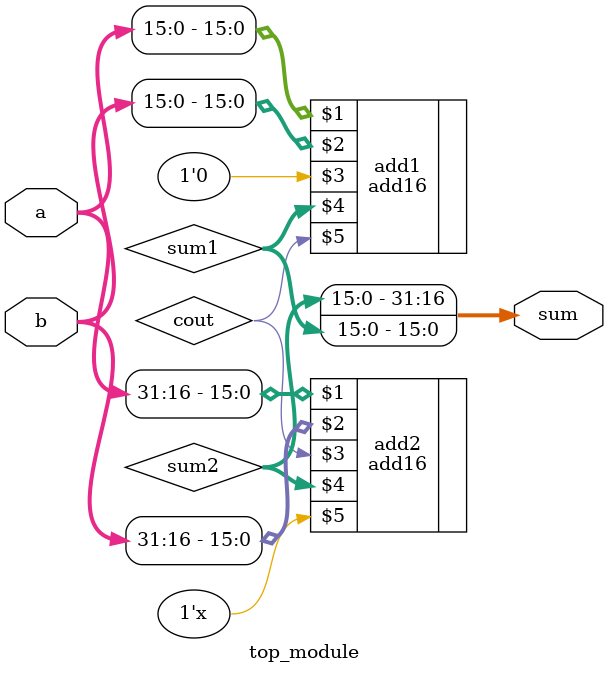
<source format=v>
module top_module(
    input [31:0] a,
    input [31:0] b,
    output [31:0] sum
);
    wire [15:0] sum1,sum2;
    wire cout,cout2;
    add16 add1( a[15:0 ], b[15:0 ], 1'b0 , sum1, cout );// cout is carry out for add2
    add16 add2( a[31:16], b[31:16], cout , sum2, 1'bx );// 1'bx for don't care
    assign sum = {sum2,sum1};                           // combine 2 arrays as output

endmodule
</source>
